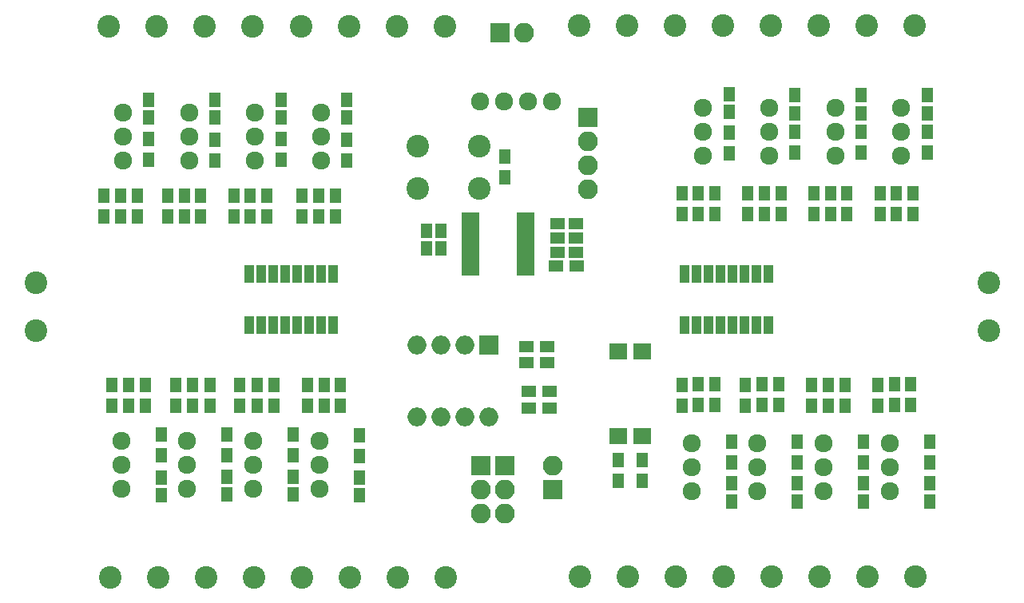
<source format=gbr>
G04 #@! TF.FileFunction,Soldermask,Top*
%FSLAX46Y46*%
G04 Gerber Fmt 4.6, Leading zero omitted, Abs format (unit mm)*
G04 Created by KiCad (PCBNEW 4.0.2+dfsg1-stable) date Tue 14 Aug 2018 11:21:20 PM MDT*
%MOMM*%
G01*
G04 APERTURE LIST*
%ADD10C,0.100000*%
%ADD11R,1.600000X1.150000*%
%ADD12R,1.150000X1.600000*%
%ADD13R,1.300000X1.600000*%
%ADD14R,2.100000X2.100000*%
%ADD15O,2.100000X2.100000*%
%ADD16C,2.400000*%
%ADD17R,1.600000X1.300000*%
%ADD18R,1.900000X1.700000*%
%ADD19R,1.850000X0.850000*%
%ADD20R,1.000000X1.900000*%
%ADD21R,2.000000X2.000000*%
%ADD22O,2.000000X2.000000*%
%ADD23C,1.924000*%
G04 APERTURE END LIST*
D10*
D11*
X132350000Y-98250000D03*
X134250000Y-98250000D03*
D12*
X119937362Y-98966270D03*
X119937362Y-100866270D03*
D11*
X132350000Y-99750000D03*
X134250000Y-99750000D03*
D12*
X118437362Y-98966270D03*
X118437362Y-100866270D03*
D11*
X132350000Y-101250000D03*
X134250000Y-101250000D03*
D12*
X89000000Y-85100000D03*
X89000000Y-87000000D03*
X96000000Y-85100000D03*
X96000000Y-87000000D03*
X103000000Y-85100000D03*
X103000000Y-87000000D03*
X110000000Y-85100000D03*
X110000000Y-87000000D03*
X90300000Y-127050000D03*
X90300000Y-125150000D03*
X97300000Y-126950000D03*
X97300000Y-125050000D03*
X104300000Y-126950000D03*
X104300000Y-125050000D03*
X111300000Y-127050000D03*
X111300000Y-125150000D03*
X150500000Y-84500000D03*
X150500000Y-86400000D03*
X157500000Y-84600000D03*
X157500000Y-86500000D03*
X164500000Y-84600000D03*
X164500000Y-86500000D03*
X171500000Y-84600000D03*
X171500000Y-86500000D03*
X150750000Y-127650000D03*
X150750000Y-125750000D03*
X157750000Y-127650000D03*
X157750000Y-125750000D03*
X164750000Y-127650000D03*
X164750000Y-125750000D03*
X171750000Y-127650000D03*
X171750000Y-125750000D03*
D13*
X87750000Y-97450000D03*
X87750000Y-95250000D03*
X145500000Y-97200000D03*
X145500000Y-95000000D03*
X94500000Y-97450000D03*
X94500000Y-95250000D03*
X152500000Y-97250000D03*
X152500000Y-95050000D03*
X101500000Y-97450000D03*
X101500000Y-95250000D03*
X159500000Y-97200000D03*
X159500000Y-95000000D03*
X108750000Y-97500000D03*
X108750000Y-95300000D03*
X166500000Y-97200000D03*
X166500000Y-95000000D03*
X88650000Y-115300000D03*
X88650000Y-117500000D03*
X145500000Y-115300000D03*
X145500000Y-117500000D03*
X95450000Y-115300000D03*
X95450000Y-117500000D03*
X152250000Y-115300000D03*
X152250000Y-117500000D03*
X102250000Y-115300000D03*
X102250000Y-117500000D03*
X159250000Y-115300000D03*
X159250000Y-117500000D03*
X109250000Y-115300000D03*
X109250000Y-117500000D03*
X166250000Y-115300000D03*
X166250000Y-117500000D03*
D14*
X126720000Y-123870000D03*
D15*
X126720000Y-126410000D03*
X126720000Y-128950000D03*
D14*
X124180000Y-123870000D03*
D15*
X124180000Y-126410000D03*
X124180000Y-128950000D03*
D14*
X131800000Y-126410000D03*
D15*
X131800000Y-123870000D03*
D16*
X84720000Y-77300000D03*
X89800000Y-77300000D03*
X94920000Y-77300000D03*
X100000000Y-77300000D03*
X105120000Y-77300000D03*
X110200000Y-77300000D03*
X115320000Y-77300000D03*
X120400000Y-77300000D03*
X89960000Y-135720000D03*
X84880000Y-135720000D03*
X100120000Y-135720000D03*
X95040000Y-135720000D03*
X110280000Y-135720000D03*
X105200000Y-135720000D03*
X120440000Y-135720000D03*
X115360000Y-135720000D03*
X134630000Y-77240000D03*
X139710000Y-77240000D03*
X144790000Y-77240000D03*
X149870000Y-77240000D03*
X154950000Y-77240000D03*
X160030000Y-77240000D03*
X165110000Y-77240000D03*
X170190000Y-77240000D03*
X139780000Y-135680000D03*
X134700000Y-135680000D03*
X149940000Y-135680000D03*
X144860000Y-135680000D03*
X160100000Y-135680000D03*
X155020000Y-135680000D03*
X170260000Y-135680000D03*
X165180000Y-135680000D03*
D14*
X126250000Y-78000000D03*
D15*
X128790000Y-78000000D03*
D13*
X138750000Y-123300000D03*
X138750000Y-125500000D03*
X141250000Y-123300000D03*
X141250000Y-125500000D03*
X126750000Y-93350000D03*
X126750000Y-91150000D03*
D17*
X131450000Y-116000000D03*
X129250000Y-116000000D03*
X131450000Y-117750000D03*
X129250000Y-117750000D03*
X132150000Y-102750000D03*
X134350000Y-102750000D03*
D13*
X86000000Y-95300000D03*
X86000000Y-97500000D03*
X92750000Y-95300000D03*
X92750000Y-97500000D03*
X99750000Y-95300000D03*
X99750000Y-97500000D03*
X107000000Y-95300000D03*
X107000000Y-97500000D03*
X86850000Y-117500000D03*
X86850000Y-115300000D03*
X93650000Y-117500000D03*
X93650000Y-115300000D03*
X100450000Y-117500000D03*
X100450000Y-115300000D03*
X107550000Y-117500000D03*
X107550000Y-115300000D03*
D17*
X129050000Y-111250000D03*
X131250000Y-111250000D03*
X129050000Y-113000000D03*
X131250000Y-113000000D03*
D13*
X84250000Y-95300000D03*
X84250000Y-97500000D03*
X91000000Y-95300000D03*
X91000000Y-97500000D03*
X98000000Y-95300000D03*
X98000000Y-97500000D03*
X105250000Y-95250000D03*
X105250000Y-97450000D03*
X89000000Y-91450000D03*
X89000000Y-89250000D03*
X96000000Y-91500000D03*
X96000000Y-89300000D03*
X103000000Y-91450000D03*
X103000000Y-89250000D03*
X110000000Y-91500000D03*
X110000000Y-89300000D03*
X85050000Y-117500000D03*
X85050000Y-115300000D03*
X91850000Y-117500000D03*
X91850000Y-115300000D03*
X98650000Y-117500000D03*
X98650000Y-115300000D03*
X105850000Y-117500000D03*
X105850000Y-115300000D03*
X90300000Y-120600000D03*
X90300000Y-122800000D03*
X97300000Y-120600000D03*
X97300000Y-122800000D03*
X104300000Y-120600000D03*
X104300000Y-122800000D03*
X111300000Y-120700000D03*
X111300000Y-122900000D03*
X149000000Y-95050000D03*
X149000000Y-97250000D03*
X156000000Y-95050000D03*
X156000000Y-97250000D03*
X163000000Y-95050000D03*
X163000000Y-97250000D03*
X170000000Y-95050000D03*
X170000000Y-97250000D03*
X150500000Y-90750000D03*
X150500000Y-88550000D03*
X157500000Y-90700000D03*
X157500000Y-88500000D03*
X164500000Y-90700000D03*
X164500000Y-88500000D03*
X171500000Y-90700000D03*
X171500000Y-88500000D03*
X149000000Y-117450000D03*
X149000000Y-115250000D03*
X155750000Y-117450000D03*
X155750000Y-115250000D03*
X162750000Y-117500000D03*
X162750000Y-115300000D03*
X169750000Y-117450000D03*
X169750000Y-115250000D03*
X150750000Y-121300000D03*
X150750000Y-123500000D03*
X157750000Y-121300000D03*
X157750000Y-123500000D03*
X164750000Y-121300000D03*
X164750000Y-123500000D03*
X171750000Y-121300000D03*
X171750000Y-123500000D03*
D16*
X117500000Y-94500000D03*
X117500000Y-90000000D03*
X124000000Y-94500000D03*
X124000000Y-90000000D03*
D18*
X138730000Y-120750000D03*
X141270000Y-120750000D03*
X141270000Y-111750000D03*
X138730000Y-111750000D03*
D19*
X123050000Y-97425000D03*
X123050000Y-98075000D03*
X123050000Y-98725000D03*
X123050000Y-99375000D03*
X123050000Y-100025000D03*
X123050000Y-100675000D03*
X123050000Y-101325000D03*
X123050000Y-101975000D03*
X123050000Y-102625000D03*
X123050000Y-103275000D03*
X128950000Y-103275000D03*
X128950000Y-102625000D03*
X128950000Y-101975000D03*
X128950000Y-101325000D03*
X128950000Y-100675000D03*
X128950000Y-100025000D03*
X128950000Y-99375000D03*
X128950000Y-98725000D03*
X128950000Y-98075000D03*
X128950000Y-97425000D03*
D20*
X99630000Y-109000000D03*
X100900000Y-109000000D03*
X102170000Y-109000000D03*
X103440000Y-109000000D03*
X104710000Y-109000000D03*
X105980000Y-109000000D03*
X107250000Y-109000000D03*
X108520000Y-109000000D03*
X108520000Y-103600000D03*
X107250000Y-103600000D03*
X105980000Y-103600000D03*
X104710000Y-103600000D03*
X103440000Y-103600000D03*
X102170000Y-103600000D03*
X100900000Y-103600000D03*
X99630000Y-103600000D03*
X145805000Y-108950000D03*
X147075000Y-108950000D03*
X148345000Y-108950000D03*
X149615000Y-108950000D03*
X150885000Y-108950000D03*
X152155000Y-108950000D03*
X153425000Y-108950000D03*
X154695000Y-108950000D03*
X154695000Y-103550000D03*
X153425000Y-103550000D03*
X152155000Y-103550000D03*
X150885000Y-103550000D03*
X149615000Y-103550000D03*
X148345000Y-103550000D03*
X147075000Y-103550000D03*
X145805000Y-103550000D03*
D21*
X125040000Y-111130000D03*
D22*
X117420000Y-118750000D03*
X122500000Y-111130000D03*
X119960000Y-118750000D03*
X119960000Y-111130000D03*
X122500000Y-118750000D03*
X117420000Y-111130000D03*
X125040000Y-118750000D03*
D23*
X124130000Y-85250000D03*
X126670000Y-85250000D03*
X129210000Y-85250000D03*
X131750000Y-85250000D03*
D14*
X135500000Y-86960000D03*
D15*
X135500000Y-89500000D03*
X135500000Y-92040000D03*
X135500000Y-94580000D03*
D23*
X86250000Y-86420000D03*
X86250000Y-88960000D03*
X86250000Y-91500000D03*
X93250000Y-86420000D03*
X93250000Y-88960000D03*
X93250000Y-91500000D03*
X100250000Y-86420000D03*
X100250000Y-88960000D03*
X100250000Y-91500000D03*
X107250000Y-86420000D03*
X107250000Y-88960000D03*
X107250000Y-91500000D03*
X86050000Y-126300000D03*
X86050000Y-123760000D03*
X86050000Y-121220000D03*
X93050000Y-126300000D03*
X93050000Y-123760000D03*
X93050000Y-121220000D03*
X100050000Y-126300000D03*
X100050000Y-123760000D03*
X100050000Y-121220000D03*
X107050000Y-126300000D03*
X107050000Y-123760000D03*
X107050000Y-121220000D03*
X147750000Y-85960000D03*
X147750000Y-88500000D03*
X147750000Y-91040000D03*
X154750000Y-85960000D03*
X154750000Y-88500000D03*
X154750000Y-91040000D03*
X161750000Y-85960000D03*
X161750000Y-88500000D03*
X161750000Y-91040000D03*
X168750000Y-85960000D03*
X168750000Y-88500000D03*
X168750000Y-91040000D03*
X146500000Y-126580000D03*
X146500000Y-124040000D03*
X146500000Y-121500000D03*
X153500000Y-126580000D03*
X153500000Y-124040000D03*
X153500000Y-121500000D03*
X160500000Y-126580000D03*
X160500000Y-124040000D03*
X160500000Y-121500000D03*
X167500000Y-126580000D03*
X167500000Y-124040000D03*
X167500000Y-121500000D03*
D13*
X147250000Y-95050000D03*
X147250000Y-97250000D03*
X154250000Y-95050000D03*
X154250000Y-97250000D03*
X161250000Y-95050000D03*
X161250000Y-97250000D03*
X168250000Y-95050000D03*
X168250000Y-97250000D03*
X147250000Y-117450000D03*
X147250000Y-115250000D03*
X154000000Y-117450000D03*
X154000000Y-115250000D03*
X161000000Y-117500000D03*
X161000000Y-115300000D03*
X168000000Y-117450000D03*
X168000000Y-115250000D03*
D16*
X77000000Y-109580000D03*
X77000000Y-104500000D03*
X178000000Y-104460000D03*
X178000000Y-109540000D03*
M02*

</source>
